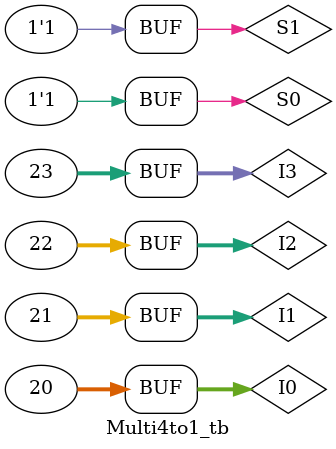
<source format=v>
`include "Multi4to1.v"
`define BITS 32

module Multi4to1_tb;
reg [`BITS-1:0] I0,I1,I2,I3;
reg S0,S1;
wire [`BITS-1:0] Out;

Multi4to1 uut(I0,I1,I2,I3,S0,S1,Out);

initial begin
    $dumpfile("Multi4to1_test.vcd");
    $dumpvars(0,Multi4to1_tb);

    I0=20;I1=21;I2=22;I3=23;
    $monitor(I0," ",I1," ",I2," ",I3," ",S0," ",S1," ",Out);
    S0=0;S1=0;#20;
    S0=0;S1=1;#20;
    S0=1;S1=0;#20;
    S0=1;S1=1;#20;
    
end
endmodule
</source>
